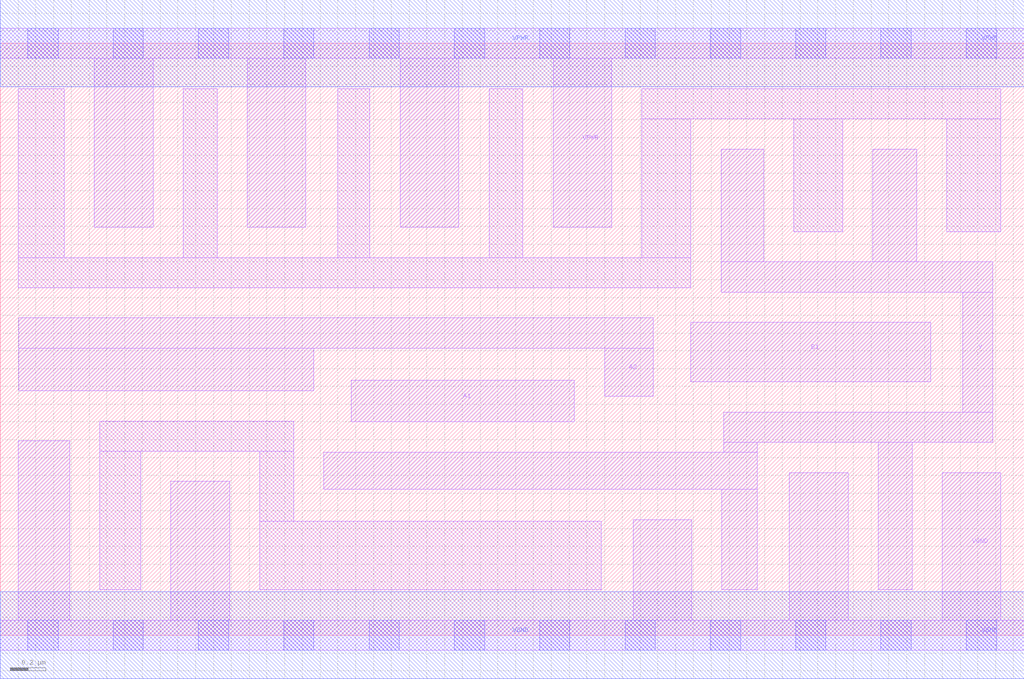
<source format=lef>
# Copyright 2020 The SkyWater PDK Authors
#
# Licensed under the Apache License, Version 2.0 (the "License");
# you may not use this file except in compliance with the License.
# You may obtain a copy of the License at
#
#     https://www.apache.org/licenses/LICENSE-2.0
#
# Unless required by applicable law or agreed to in writing, software
# distributed under the License is distributed on an "AS IS" BASIS,
# WITHOUT WARRANTIES OR CONDITIONS OF ANY KIND, either express or implied.
# See the License for the specific language governing permissions and
# limitations under the License.
#
# SPDX-License-Identifier: Apache-2.0

VERSION 5.7 ;
  NAMESCASESENSITIVE ON ;
  NOWIREEXTENSIONATPIN ON ;
  DIVIDERCHAR "/" ;
  BUSBITCHARS "[]" ;
UNITS
  DATABASE MICRONS 200 ;
END UNITS
MACRO sky130_fd_sc_lp__a21oi_4
  CLASS CORE ;
  SOURCE USER ;
  FOREIGN sky130_fd_sc_lp__a21oi_4 ;
  ORIGIN  0.000000  0.000000 ;
  SIZE  5.760000 BY  3.330000 ;
  SYMMETRY X Y R90 ;
  SITE unit ;
  PIN A1
    ANTENNAGATEAREA  1.260000 ;
    DIRECTION INPUT ;
    USE SIGNAL ;
    PORT
      LAYER li1 ;
        RECT 1.975000 1.200000 3.230000 1.435000 ;
    END
  END A1
  PIN A2
    ANTENNAGATEAREA  1.260000 ;
    DIRECTION INPUT ;
    USE SIGNAL ;
    PORT
      LAYER li1 ;
        RECT 0.105000 1.375000 1.765000 1.615000 ;
        RECT 0.105000 1.615000 3.675000 1.785000 ;
        RECT 3.400000 1.345000 3.675000 1.615000 ;
    END
  END A2
  PIN B1
    ANTENNAGATEAREA  1.260000 ;
    DIRECTION INPUT ;
    USE SIGNAL ;
    PORT
      LAYER li1 ;
        RECT 3.885000 1.425000 5.235000 1.760000 ;
    END
  END B1
  PIN Y
    ANTENNADIFFAREA  1.646400 ;
    DIRECTION OUTPUT ;
    USE SIGNAL ;
    PORT
      LAYER li1 ;
        RECT 1.820000 0.820000 4.260000 1.030000 ;
        RECT 4.055000 1.930000 5.585000 2.100000 ;
        RECT 4.055000 2.100000 4.295000 2.735000 ;
        RECT 4.060000 0.255000 4.260000 0.820000 ;
        RECT 4.070000 1.030000 4.260000 1.085000 ;
        RECT 4.070000 1.085000 5.585000 1.255000 ;
        RECT 4.910000 2.100000 5.155000 2.735000 ;
        RECT 4.940000 0.255000 5.130000 1.085000 ;
        RECT 5.415000 1.255000 5.585000 1.930000 ;
    END
  END Y
  PIN VGND
    DIRECTION INOUT ;
    USE GROUND ;
    PORT
      LAYER li1 ;
        RECT 0.000000 -0.085000 5.760000 0.085000 ;
        RECT 0.100000  0.085000 0.390000 1.095000 ;
        RECT 0.960000  0.085000 1.290000 0.865000 ;
        RECT 3.560000  0.085000 3.890000 0.650000 ;
        RECT 4.440000  0.085000 4.770000 0.915000 ;
        RECT 5.300000  0.085000 5.630000 0.915000 ;
      LAYER mcon ;
        RECT 0.155000 -0.085000 0.325000 0.085000 ;
        RECT 0.635000 -0.085000 0.805000 0.085000 ;
        RECT 1.115000 -0.085000 1.285000 0.085000 ;
        RECT 1.595000 -0.085000 1.765000 0.085000 ;
        RECT 2.075000 -0.085000 2.245000 0.085000 ;
        RECT 2.555000 -0.085000 2.725000 0.085000 ;
        RECT 3.035000 -0.085000 3.205000 0.085000 ;
        RECT 3.515000 -0.085000 3.685000 0.085000 ;
        RECT 3.995000 -0.085000 4.165000 0.085000 ;
        RECT 4.475000 -0.085000 4.645000 0.085000 ;
        RECT 4.955000 -0.085000 5.125000 0.085000 ;
        RECT 5.435000 -0.085000 5.605000 0.085000 ;
      LAYER met1 ;
        RECT 0.000000 -0.245000 5.760000 0.245000 ;
    END
  END VGND
  PIN VPWR
    DIRECTION INOUT ;
    USE POWER ;
    PORT
      LAYER li1 ;
        RECT 0.000000 3.245000 5.760000 3.415000 ;
        RECT 0.530000 2.295000 0.860000 3.245000 ;
        RECT 1.390000 2.295000 1.720000 3.245000 ;
        RECT 2.250000 2.295000 2.580000 3.245000 ;
        RECT 3.110000 2.295000 3.440000 3.245000 ;
      LAYER mcon ;
        RECT 0.155000 3.245000 0.325000 3.415000 ;
        RECT 0.635000 3.245000 0.805000 3.415000 ;
        RECT 1.115000 3.245000 1.285000 3.415000 ;
        RECT 1.595000 3.245000 1.765000 3.415000 ;
        RECT 2.075000 3.245000 2.245000 3.415000 ;
        RECT 2.555000 3.245000 2.725000 3.415000 ;
        RECT 3.035000 3.245000 3.205000 3.415000 ;
        RECT 3.515000 3.245000 3.685000 3.415000 ;
        RECT 3.995000 3.245000 4.165000 3.415000 ;
        RECT 4.475000 3.245000 4.645000 3.415000 ;
        RECT 4.955000 3.245000 5.125000 3.415000 ;
        RECT 5.435000 3.245000 5.605000 3.415000 ;
      LAYER met1 ;
        RECT 0.000000 3.085000 5.760000 3.575000 ;
    END
  END VPWR
  OBS
    LAYER li1 ;
      RECT 0.100000 1.955000 3.885000 2.125000 ;
      RECT 0.100000 2.125000 0.360000 3.075000 ;
      RECT 0.560000 0.255000 0.790000 1.035000 ;
      RECT 0.560000 1.035000 1.650000 1.205000 ;
      RECT 1.030000 2.125000 1.220000 3.075000 ;
      RECT 1.460000 0.255000 3.380000 0.640000 ;
      RECT 1.460000 0.640000 1.650000 1.035000 ;
      RECT 1.900000 2.125000 2.080000 3.075000 ;
      RECT 2.750000 2.125000 2.940000 3.075000 ;
      RECT 3.610000 2.125000 3.885000 2.905000 ;
      RECT 3.610000 2.905000 5.630000 3.075000 ;
      RECT 4.465000 2.270000 4.740000 2.905000 ;
      RECT 5.325000 2.270000 5.630000 2.905000 ;
  END
END sky130_fd_sc_lp__a21oi_4

</source>
